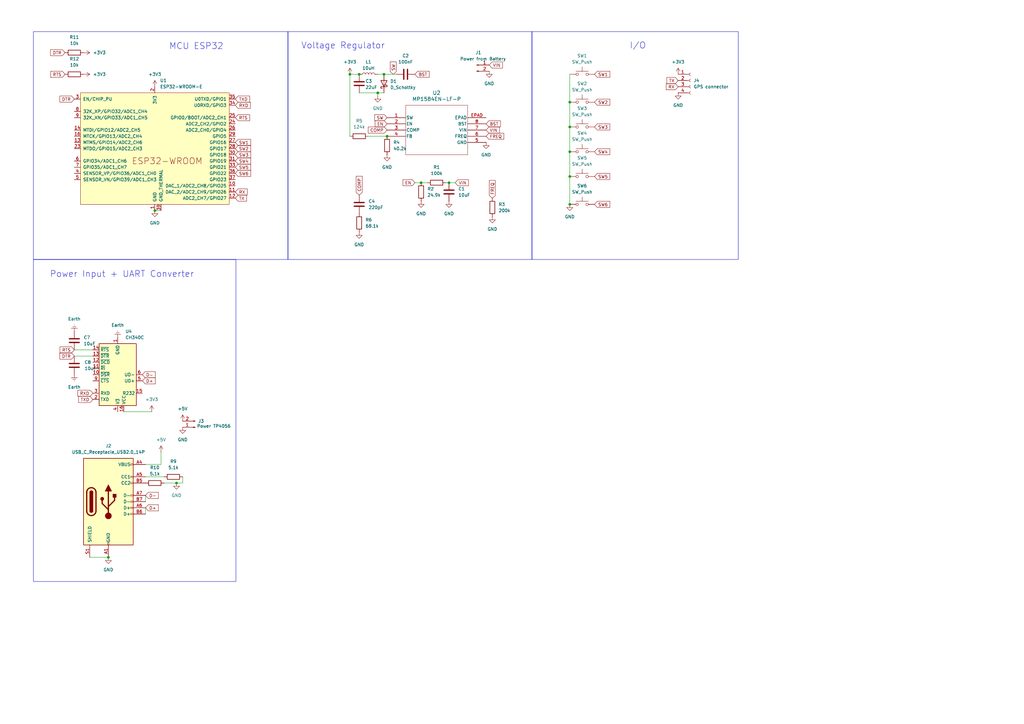
<source format=kicad_sch>
(kicad_sch (version 20250114) (generator "eeschema") (generator_version "9.0")
  (paper "A3")
  (title_block (title "time o matic") (date "2025-07-10") (rev "v1") (company "Hasnat4763") (comment 1 "ESP32 based table clock"))
  (lib_symbols
    (symbol "Connector:Conn_01x02_Pin" (pin_names (offset 1.016) (hide yes))
      (property "Reference" "J" (at 0 2.54 0))
      (property "Value" "Conn_01x02_Pin" (at 0 -5.08 0))
      (symbol "Conn_01x02_Pin_1_1"
        (rectangle (start 0.8636 0.127) (end 0 -0.127) (stroke (width 0.1524)) (fill (type outline)))
        (rectangle (start 0.8636 -2.413) (end 0 -2.667) (stroke (width 0.1524)) (fill (type outline)))
        (polyline (pts (xy 1.27 0) (xy 0.8636 0)) (stroke (width 0.1524)))
        (polyline (pts (xy 1.27 -2.54) (xy 0.8636 -2.54)) (stroke (width 0.1524)))
        (pin passive line (at 5.08 0 180) (length 3.81) (name "Pin_1") (number "1"))
        (pin passive line (at 5.08 -2.54 180) (length 3.81) (name "Pin_2") (number "2"))
      )
    )
    (symbol "Connector:Conn_01x04_Socket" (pin_names (offset 1.016) (hide yes))
      (property "Reference" "J" (at 0 5.08 0))
      (property "Value" "Conn_01x04_Socket" (at 0 -7.62 0))
      (symbol "Conn_01x04_Socket_1_1"
        (polyline (pts (xy -1.27 2.54) (xy -0.508 2.54)) (stroke (width 0.1524)))
        (polyline (pts (xy -1.27 0) (xy -0.508 0)) (stroke (width 0.1524)))
        (polyline (pts (xy -1.27 -2.54) (xy -0.508 -2.54)) (stroke (width 0.1524)))
        (polyline (pts (xy -1.27 -5.08) (xy -0.508 -5.08)) (stroke (width 0.1524)))
        (arc (start 0 2.032) (mid -0.5058 2.54) (end 0 3.048) (stroke (width 0.1524)))
        (arc (start 0 -0.508) (mid -0.5058 0) (end 0 0.508) (stroke (width 0.1524)))
        (arc (start 0 -3.048) (mid -0.5058 -2.54) (end 0 -2.032) (stroke (width 0.1524)))
        (arc (start 0 -5.588) (mid -0.5058 -5.08) (end 0 -4.572) (stroke (width 0.1524)))
        (pin passive line (at -5.08 2.54 0) (length 3.81) (name "Pin_1") (number "1"))
        (pin passive line (at -5.08 0 0) (length 3.81) (name "Pin_2") (number "2"))
        (pin passive line (at -5.08 -2.54 0) (length 3.81) (name "Pin_3") (number "3"))
        (pin passive line (at -5.08 -5.08 0) (length 3.81) (name "Pin_4") (number "4"))
      )
    )
    (symbol "Connector:USB_C_Receptacle_USB2.0_14P" (pin_names (offset 1.016))
      (property "Reference" "J" (at 0 22.225 0))
      (property "Value" "USB_C_Receptacle_USB2.0_14P" (at 0 19.685 0))
      (symbol "USB_C_Receptacle_USB2.0_14P_0_0"
        (rectangle (start -0.254 -17.78) (end 0.254 -16.764))
        (rectangle (start 10.16 15.494) (end 9.144 14.986))
        (rectangle (start 10.16 10.414) (end 9.144 9.906))
        (rectangle (start 10.16 7.874) (end 9.144 7.366))
        (rectangle (start 10.16 2.794) (end 9.144 2.286))
        (rectangle (start 10.16 0.254) (end 9.144 -0.254))
        (rectangle (start 10.16 -2.286) (end 9.144 -2.794))
        (rectangle (start 10.16 -4.826) (end 9.144 -5.334))
      )
      (symbol "USB_C_Receptacle_USB2.0_14P_0_1"
        (rectangle (start -10.16 17.78) (end 10.16 -17.78) (stroke (width 0.254)) (fill (type background)))
        (polyline (pts (xy -8.89 -3.81) (xy -8.89 3.81)) (stroke (width 0.508)))
        (rectangle (start -7.62 -3.81) (end -6.35 3.81) (stroke (width 0.254)) (fill (type outline)))
        (arc (start -7.62 3.81) (mid -6.985 4.4423) (end -6.35 3.81) (stroke (width 0.254)))
        (arc (start -7.62 3.81) (mid -6.985 4.4423) (end -6.35 3.81) (stroke (width 0.254)) (fill (type outline)))
        (arc (start -8.89 3.81) (mid -6.985 5.7067) (end -5.08 3.81) (stroke (width 0.508)))
        (arc (start -5.08 -3.81) (mid -6.985 -5.7067) (end -8.89 -3.81) (stroke (width 0.508)))
        (arc (start -6.35 -3.81) (mid -6.985 -4.4423) (end -7.62 -3.81) (stroke (width 0.254)))
        (arc (start -6.35 -3.81) (mid -6.985 -4.4423) (end -7.62 -3.81) (stroke (width 0.254)) (fill (type outline)))
        (polyline (pts (xy -5.08 3.81) (xy -5.08 -3.81)) (stroke (width 0.508)))
        (circle (center -2.54 1.143) (radius 0.635) (stroke (width 0.254)) (fill (type outline)))
        (polyline (pts (xy -1.27 4.318) (xy 0 6.858) (xy 1.27 4.318) (xy -1.27 4.318)) (stroke (width 0.254)) (fill (type outline)))
        (polyline (pts (xy 0 -2.032) (xy 2.54 0.508) (xy 2.54 1.778)) (stroke (width 0.508)))
        (polyline (pts (xy 0 -3.302) (xy -2.54 -0.762) (xy -2.54 0.508)) (stroke (width 0.508)))
        (polyline (pts (xy 0 -5.842) (xy 0 4.318)) (stroke (width 0.508)))
        (circle (center 0 -5.842) (radius 1.27) (fill (type outline)))
        (rectangle (start 1.905 1.778) (end 3.175 3.048) (stroke (width 0.254)) (fill (type outline)))
      )
      (symbol "USB_C_Receptacle_USB2.0_14P_1_1"
        (pin passive line (at -7.62 -22.86 90) (length 5.08) (name "SHIELD") (number "S1"))
        (pin passive line (at 0 -22.86 90) (length 5.08) (name "GND") (number "A1"))
        (pin passive line (at 0 -22.86 90) (length 5.08) (hide yes) (name "GND") (number "A12"))
        (pin passive line (at 0 -22.86 90) (length 5.08) (hide yes) (name "GND") (number "B1"))
        (pin passive line (at 0 -22.86 90) (length 5.08) (hide yes) (name "GND") (number "B12"))
        (pin passive line (at 15.24 15.24 180) (length 5.08) (name "VBUS") (number "A4"))
        (pin passive line (at 15.24 15.24 180) (length 5.08) (hide yes) (name "VBUS") (number "A9"))
        (pin passive line (at 15.24 15.24 180) (length 5.08) (hide yes) (name "VBUS") (number "B4"))
        (pin passive line (at 15.24 15.24 180) (length 5.08) (hide yes) (name "VBUS") (number "B9"))
        (pin bidirectional line (at 15.24 10.16 180) (length 5.08) (name "CC1") (number "A5"))
        (pin bidirectional line (at 15.24 7.62 180) (length 5.08) (name "CC2") (number "B5"))
        (pin bidirectional line (at 15.24 2.54 180) (length 5.08) (name "D-") (number "A7"))
        (pin bidirectional line (at 15.24 0 180) (length 5.08) (name "D-") (number "B7"))
        (pin bidirectional line (at 15.24 -2.54 180) (length 5.08) (name "D+") (number "A6"))
        (pin bidirectional line (at 15.24 -5.08 180) (length 5.08) (name "D+") (number "B6"))
      )
    )
    (symbol "Device:C" (pin_numbers (hide yes)) (pin_names (offset 0.254))
      (property "Reference" "C" (at 0.635 2.54 0))
      (property "Value" "C" (at 0.635 -2.54 0))
      (symbol "C_0_1"
        (polyline (pts (xy -2.032 0.762) (xy 2.032 0.762)) (stroke (width 0.508)))
        (polyline (pts (xy -2.032 -0.762) (xy 2.032 -0.762)) (stroke (width 0.508)))
      )
      (symbol "C_1_1"
        (pin passive line (at 0 3.81 270) (length 2.794) (name "~") (number "1"))
        (pin passive line (at 0 -3.81 90) (length 2.794) (name "~") (number "2"))
      )
    )
    (symbol "Device:D_Schottky" (pin_numbers (hide yes)) (pin_names (offset 1.016) (hide yes))
      (property "Reference" "D" (at 0 2.54 0))
      (property "Value" "D_Schottky" (at 0 -2.54 0))
      (symbol "D_Schottky_0_1"
        (polyline (pts (xy -1.905 0.635) (xy -1.905 1.27) (xy -1.27 1.27) (xy -1.27 -1.27) (xy -0.635 -1.27) (xy -0.635 -0.635)) (stroke (width 0.254)))
        (polyline (pts (xy 1.27 1.27) (xy 1.27 -1.27) (xy -1.27 0) (xy 1.27 1.27)) (stroke (width 0.254)))
        (polyline (pts (xy 1.27 0) (xy -1.27 0)))
      )
      (symbol "D_Schottky_1_1"
        (pin passive line (at -3.81 0 0) (length 2.54) (name "K") (number "1"))
        (pin passive line (at 3.81 0 180) (length 2.54) (name "A") (number "2"))
      )
    )
    (symbol "Device:L" (pin_numbers (hide yes)) (pin_names (offset 1.016) (hide yes))
      (property "Reference" "L" (at -1.27 0 90))
      (property "Value" "L" (at 1.905 0 90))
      (symbol "L_0_1"
        (arc (start 0 2.54) (mid 0.6323 1.905) (end 0 1.27))
        (arc (start 0 1.27) (mid 0.6323 0.635) (end 0 0))
        (arc (start 0 0) (mid 0.6323 -0.635) (end 0 -1.27))
        (arc (start 0 -1.27) (mid 0.6323 -1.905) (end 0 -2.54))
      )
      (symbol "L_1_1"
        (pin passive line (at 0 3.81 270) (length 1.27) (name "1") (number "1"))
        (pin passive line (at 0 -3.81 90) (length 1.27) (name "2") (number "2"))
      )
    )
    (symbol "Device:R" (pin_numbers (hide yes)) (pin_names (offset 0))
      (property "Reference" "R" (at 2.032 0 90))
      (property "Value" "R" (at 0 0 90))
      (symbol "R_0_1"
        (rectangle (start -1.016 -2.54) (end 1.016 2.54) (stroke (width 0.254)))
      )
      (symbol "R_1_1"
        (pin passive line (at 0 3.81 270) (length 1.27) (name "~") (number "1"))
        (pin passive line (at 0 -3.81 90) (length 1.27) (name "~") (number "2"))
      )
    )
    (symbol "Interface_USB:CH340C"
      (property "Reference" "U" (at -5.08 13.97 0))
      (property "Value" "CH340C" (at 1.27 13.97 0))
      (symbol "CH340C_0_1"
        (rectangle (start -7.62 12.7) (end 7.62 -12.7) (stroke (width 0.254)) (fill (type background)))
      )
      (symbol "CH340C_1_1"
        (pin input line (at -10.16 7.62 0) (length 2.54) (name "R232") (number "15"))
        (pin bidirectional line (at -10.16 2.54 0) (length 2.54) (name "UD+") (number "5"))
        (pin bidirectional line (at -10.16 0 0) (length 2.54) (name "UD-") (number "6"))
        (pin no_connect line (at -7.62 -5.08 0) (length 2.54) (hide yes) (name "NC") (number "7"))
        (pin no_connect line (at -7.62 -7.62 0) (length 2.54) (hide yes) (name "NC") (number "8"))
        (pin power_in line (at -2.54 15.24 270) (length 2.54) (name "VCC") (number "16"))
        (pin power_out line (at 0 15.24 270) (length 2.54) (name "V3") (number "4"))
        (pin power_in line (at 0 -15.24 90) (length 2.54) (name "GND") (number "1"))
        (pin output line (at 10.16 10.16 180) (length 2.54) (name "TXD") (number "2"))
        (pin input line (at 10.16 7.62 180) (length 2.54) (name "RXD") (number "3"))
        (pin input line (at 10.16 2.54 180) (length 2.54) (name "~{CTS}") (number "9"))
        (pin input line (at 10.16 0 180) (length 2.54) (name "~{DSR}") (number "10"))
        (pin input line (at 10.16 -2.54 180) (length 2.54) (name "~{RI}") (number "11"))
        (pin input line (at 10.16 -5.08 180) (length 2.54) (name "~{DCD}") (number "12"))
        (pin output line (at 10.16 -7.62 180) (length 2.54) (name "~{DTR}") (number "13"))
        (pin output line (at 10.16 -10.16 180) (length 2.54) (name "~{RTS}") (number "14"))
      )
    )
    (symbol "MP1584:MP1584EN-LF-P" (pin_names (offset 0.254))
      (property "Reference" "U" (at 20.32 10.16 0))
      (property "Value" "MP1584EN-LF-P" (at 20.32 7.62 0))
      (symbol "MP1584EN-LF-P_0_1"
        (polyline (pts (xy 7.62 5.08) (xy 7.62 -15.24)) (stroke (width 0.127)))
        (polyline (pts (xy 7.62 -15.24) (xy 33.02 -15.24)) (stroke (width 0.127)))
        (polyline (pts (xy 33.02 5.08) (xy 7.62 5.08)) (stroke (width 0.127)))
        (polyline (pts (xy 33.02 -15.24) (xy 33.02 5.08)) (stroke (width 0.127)))
        (pin output line (at 0 0 0) (length 7.62) (name "SW") (number "1"))
        (pin input line (at 0 -2.54 0) (length 7.62) (name "EN") (number "2"))
        (pin output line (at 0 -5.08 0) (length 7.62) (name "COMP") (number "3"))
        (pin input line (at 0 -7.62 0) (length 7.62) (name "FB") (number "4"))
        (pin power_in line (at 40.64 0 180) (length 7.62) (name "EPAD") (number "EPAD"))
        (pin unspecified line (at 40.64 -2.54 180) (length 7.62) (name "BST") (number "8"))
        (pin power_in line (at 40.64 -5.08 180) (length 7.62) (name "VIN") (number "7"))
        (pin input line (at 40.64 -7.62 180) (length 7.62) (name "FREQ") (number "6"))
        (pin power_in line (at 40.64 -10.16 180) (length 7.62) (name "GND") (number "5"))
      )
    )
    (symbol "PCM_Espressif:ESP32-WROOM-E" (pin_names (offset 1.016))
      (property "Reference" "U" (at -30.48 27.94 0))
      (property "Value" "ESP32-WROOM-E" (at -30.48 25.4 0))
      (symbol "ESP32-WROOM-E_0_1"
        (rectangle (start -30.48 22.86) (end 30.48 -22.86) (fill (type background)))
      )
      (symbol "ESP32-WROOM-E_1_1"
        (text "ESP32-­WROOM­" (at 5.08 -5.08 0) (effects (font (size 2.54 2.54))))
        (pin input line (at -33.02 20.32 0) (length 2.54) (name "EN/CHIP_PU") (number "3"))
        (pin bidirectional line (at -33.02 15.24 0) (length 2.54) (name "32K_XP/GPIO32/ADC1_CH4") (number "8"))
        (pin bidirectional line (at -33.02 12.7 0) (length 2.54) (name "32K_XN/GPIO33/ADC1_CH5") (number "9"))
        (pin bidirectional line (at -33.02 7.62 0) (length 2.54) (name "MTDI/GPIO12/ADC2_CH5") (number "14"))
        (pin bidirectional line (at -33.02 5.08 0) (length 2.54) (name "MTCK/GPIO13/ADC2_CH4") (number "16"))
        (pin bidirectional line (at -33.02 2.54 0) (length 2.54) (name "MTMS/GPIO14/ADC2_CH6") (number "13"))
        (pin bidirectional line (at -33.02 0 0) (length 2.54) (name "MTDO/GPIO15/ADC2_CH3") (number "23"))
        (pin input line (at -33.02 -5.08 0) (length 2.54) (name "GPIO34/ADC1_CH6") (number "6"))
        (pin input line (at -33.02 -7.62 0) (length 2.54) (name "GPIO35/ADC1_CH7") (number "7"))
        (pin input line (at -33.02 -10.16 0) (length 2.54) (name "SENSOR_VP/GPIO36/ADC1_CH0") (number "4"))
        (pin input line (at -33.02 -12.7 0) (length 2.54) (name "SENSOR_VN/GPIO39/ADC1_CH3") (number "5"))
        (pin power_in line (at 0 25.4 270) (length 2.54) (name "3V3") (number "2"))
        (pin power_in line (at 0 -25.4 90) (length 2.54) (name "GND") (number "1"))
        (pin passive line (at 0 -25.4 90) (length 2.54) (hide yes) (name "GND") (number "15"))
        (pin passive line (at 0 -25.4 90) (length 2.54) (hide yes) (name "GND") (number "38"))
        (pin power_in line (at 2.54 -25.4 90) (length 2.54) (name "GND_THERMAL") (number "39"))
        (pin bidirectional line (at 33.02 20.32 180) (length 2.54) (name "U0TXD/GPIO1") (number "35"))
        (pin bidirectional line (at 33.02 17.78 180) (length 2.54) (name "U0RXD/GPIO3") (number "34"))
        (pin bidirectional line (at 33.02 12.7 180) (length 2.54) (name "GPIO0/BOOT/ADC2_CH1") (number "25"))
        (pin bidirectional line (at 33.02 10.16 180) (length 2.54) (name "ADC2_CH2/GPIO2") (number "24"))
        (pin bidirectional line (at 33.02 7.62 180) (length 2.54) (name "ADC2_CH0/GPIO4") (number "26"))
        (pin bidirectional line (at 33.02 5.08 180) (length 2.54) (name "GPIO5") (number "29"))
        (pin bidirectional line (at 33.02 2.54 180) (length 2.54) (name "GPIO16") (number "27"))
        (pin bidirectional line (at 33.02 0 180) (length 2.54) (name "GPIO17") (number "28"))
        (pin bidirectional line (at 33.02 -2.54 180) (length 2.54) (name "GPIO18") (number "30"))
        (pin bidirectional line (at 33.02 -5.08 180) (length 2.54) (name "GPIO19") (number "31"))
        (pin bidirectional line (at 33.02 -7.62 180) (length 2.54) (name "GPIO21") (number "33"))
        (pin bidirectional line (at 33.02 -10.16 180) (length 2.54) (name "GPIO22") (number "36"))
        (pin bidirectional line (at 33.02 -12.7 180) (length 2.54) (name "GPIO23") (number "37"))
        (pin bidirectional line (at 33.02 -15.24 180) (length 2.54) (name "DAC_1/ADC2_CH8/GPIO25") (number "10"))
        (pin bidirectional line (at 33.02 -17.78 180) (length 2.54) (name "DAC_2/ADC2_CH9/GPIO26") (number "11"))
        (pin bidirectional line (at 33.02 -20.32 180) (length 2.54) (name "ADC2_CH7/GPIO27") (number "12"))
      )
    )
    (symbol "Switch:SW_Push" (pin_numbers (hide yes)) (pin_names (offset 1.016) (hide yes))
      (property "Reference" "SW" (at 1.27 2.54 0))
      (property "Value" "SW_Push" (at 0 -1.524 0))
      (symbol "SW_Push_0_1"
        (circle (center -2.032 0) (radius 0.508))
        (polyline (pts (xy 0 1.27) (xy 0 3.048)))
        (circle (center 2.032 0) (radius 0.508))
        (polyline (pts (xy 2.54 1.27) (xy -2.54 1.27)))
        (pin passive line (at -5.08 0 0) (length 2.54) (name "1") (number "1"))
        (pin passive line (at 5.08 0 180) (length 2.54) (name "2") (number "2"))
      )
    )
    (symbol "power:+3V3" (power) (pin_numbers (hide yes)) (pin_names (offset 0) (hide yes))
      (property "Value" "+3V3" (at 0 3.556 0))
      (symbol "+3V3_0_1"
        (polyline (pts (xy -0.762 1.27) (xy 0 2.54)))
        (polyline (pts (xy 0 2.54) (xy 0.762 1.27)))
        (polyline (pts (xy 0 0) (xy 0 2.54)))
      )
      (symbol "+3V3_1_1"
        (pin power_in line (at 0 0 90) (length 0) (name "~") (number "1"))
      )
    )
    (symbol "power:+5V" (power) (pin_numbers (hide yes)) (pin_names (offset 0) (hide yes))
      (property "Value" "+5V" (at 0 3.556 0))
      (symbol "+5V_0_1"
        (polyline (pts (xy -0.762 1.27) (xy 0 2.54)))
        (polyline (pts (xy 0 2.54) (xy 0.762 1.27)))
        (polyline (pts (xy 0 0) (xy 0 2.54)))
      )
      (symbol "+5V_1_1"
        (pin power_in line (at 0 0 90) (length 0) (name "~") (number "1"))
      )
    )
    (symbol "power:Earth" (power) (pin_numbers (hide yes)) (pin_names (offset 0) (hide yes))
      (property "Value" "Earth" (at 0 -3.81 0))
      (symbol "Earth_0_1"
        (polyline (pts (xy -0.635 -1.905) (xy 0.635 -1.905)))
        (polyline (pts (xy -0.127 -2.54) (xy 0.127 -2.54)))
        (polyline (pts (xy 0 -1.27) (xy 0 0)))
        (polyline (pts (xy 1.27 -1.27) (xy -1.27 -1.27)))
      )
      (symbol "Earth_1_1"
        (pin power_in line (at 0 0 270) (length 0) (name "~") (number "1"))
      )
    )
    (symbol "power:GND" (power) (pin_numbers (hide yes)) (pin_names (offset 0) (hide yes))
      (property "Value" "GND" (at 0 -3.81 0))
      (symbol "GND_0_1"
        (polyline (pts (xy 0 0) (xy 0 -1.27) (xy 1.27 -1.27) (xy 0 -2.54) (xy -1.27 -1.27) (xy 0 -1.27)))
      )
      (symbol "GND_1_1"
        (pin power_in line (at 0 0 270) (length 0) (name "~") (number "1"))
      )
    )
  )
  (rectangle (start 13.716 12.954) (end 118.11 106.426))
  (rectangle (start 118.11 12.954) (end 218.186 106.426))
  (rectangle (start 218.186 12.954) (end 302.768 106.426))
  (rectangle (start 13.716 106.426) (end 96.774 238.506))
  (text "Power Input + UART Converter" (at 50.038 112.522 0) (effects (font (size 2.54 2.54))))
  (text "Voltage Regulator" (at 140.716 18.796 0) (effects (font (size 2.54 2.54))))
  (text "MCU ESP32" (at 80.518 19.05 0) (effects (font (size 2.54 2.54))))
  (text "I/O" (at 261.62 18.796 0) (effects (font (size 2.54 2.54))))
  (junction (at 72.39 198.12))
  (junction (at 233.68 72.39))
  (junction (at 154.94 38.1))
  (junction (at 44.45 228.6))
  (junction (at 172.72 74.93))
  (junction (at 147.32 30.48))
  (junction (at 158.75 55.88))
  (junction (at 157.48 30.48))
  (junction (at 233.68 62.23))
  (junction (at 143.51 30.48))
  (junction (at 233.68 41.91))
  (junction (at 184.15 74.93))
  (junction (at 63.5 86.36))
  (junction (at 233.68 83.82))
  (junction (at 233.68 52.07))
  (wire (pts (xy 30.48 143.51) (xy 38.1 143.51)))
  (wire (pts (xy 72.39 198.12) (xy 67.31 198.12)))
  (wire (pts (xy 74.93 195.58) (xy 74.93 198.12)))
  (wire (pts (xy 36.83 228.6) (xy 44.45 228.6)))
  (wire (pts (xy 233.68 72.39) (xy 233.68 83.82)))
  (wire (pts (xy 154.94 39.37) (xy 154.94 38.1)))
  (wire (pts (xy 233.68 30.48) (xy 233.68 41.91)))
  (wire (pts (xy 59.69 203.2) (xy 59.69 205.74)))
  (wire (pts (xy 170.18 74.93) (xy 172.72 74.93)))
  (wire (pts (xy 66.04 185.42) (xy 66.04 190.5)))
  (wire (pts (xy 143.51 30.48) (xy 143.51 55.88)))
  (wire (pts (xy 147.32 38.1) (xy 154.94 38.1)))
  (wire (pts (xy 74.93 198.12) (xy 72.39 198.12)))
  (wire (pts (xy 30.48 146.05) (xy 38.1 146.05)))
  (wire (pts (xy 157.48 30.48) (xy 162.56 30.48)))
  (wire (pts (xy 154.94 30.48) (xy 157.48 30.48)))
  (wire (pts (xy 143.51 30.48) (xy 147.32 30.48)))
  (wire (pts (xy 67.31 195.58) (xy 59.69 195.58)))
  (wire (pts (xy 233.68 52.07) (xy 233.68 62.23)))
  (wire (pts (xy 66.04 190.5) (xy 59.69 190.5)))
  (wire (pts (xy 184.15 74.93) (xy 186.69 74.93)))
  (wire (pts (xy 157.48 38.1) (xy 154.94 38.1)))
  (wire (pts (xy 182.88 74.93) (xy 184.15 74.93)))
  (wire (pts (xy 151.13 55.88) (xy 158.75 55.88)))
  (wire (pts (xy 59.69 208.28) (xy 59.69 210.82)))
  (wire (pts (xy 233.68 41.91) (xy 233.68 52.07)))
  (wire (pts (xy 63.5 86.36) (xy 66.04 86.36)))
  (wire (pts (xy 50.8 168.91) (xy 62.23 168.91)))
  (wire (pts (xy 233.68 62.23) (xy 233.68 72.39)))
  (wire (pts (xy 172.72 74.93) (xy 175.26 74.93)))
  (global_label "TXD" (shape input) (at 96.52 40.64 0) (property "Intersheetrefs" "${INTERSHEET_REFS}" (effects (hide yes))))
  (global_label "TXD" (shape input) (at 38.1 163.83 180) (property "Intersheetrefs" "${INTERSHEET_REFS}" (effects (hide yes))))
  (global_label "SW1" (shape input) (at 96.52 58.42 0) (property "Intersheetrefs" "${INTERSHEET_REFS}" (effects (hide yes))))
  (global_label "D-" (shape input) (at 59.69 203.2 0) (property "Intersheetrefs" "${INTERSHEET_REFS}" (effects (hide yes))))
  (global_label "SW" (shape input) (at 158.75 48.26 180) (property "Intersheetrefs" "${INTERSHEET_REFS}" (effects (hide yes))))
  (global_label "SW" (shape input) (at 161.29 30.48 90) (property "Intersheetrefs" "${INTERSHEET_REFS}" (effects (hide yes))))
  (global_label "COMP" (shape input) (at 158.75 53.34 180) (property "Intersheetrefs" "${INTERSHEET_REFS}" (effects (hide yes))))
  (global_label "SW1" (shape input) (at 243.84 30.48 0) (property "Intersheetrefs" "${INTERSHEET_REFS}" (effects (hide yes))))
  (global_label "SW4" (shape input) (at 96.52 66.04 0) (property "Intersheetrefs" "${INTERSHEET_REFS}" (effects (hide yes))))
  (global_label "RXD" (shape input) (at 38.1 161.29 180) (property "Intersheetrefs" "${INTERSHEET_REFS}" (effects (hide yes))))
  (global_label "VIN" (shape input) (at 200.66 26.67 0) (property "Intersheetrefs" "${INTERSHEET_REFS}" (effects (hide yes))))
  (global_label "D-" (shape input) (at 58.42 153.67 0) (property "Intersheetrefs" "${INTERSHEET_REFS}" (effects (hide yes))))
  (global_label "EN" (shape input) (at 158.75 50.8 180) (property "Intersheetrefs" "${INTERSHEET_REFS}" (effects (hide yes))))
  (global_label "SW5" (shape input) (at 243.84 72.39 0) (property "Intersheetrefs" "${INTERSHEET_REFS}" (effects (hide yes))))
  (global_label "TX" (shape input) (at 278.13 33.02 180) (property "Intersheetrefs" "${INTERSHEET_REFS}" (effects (hide yes))))
  (global_label "SW6" (shape input) (at 243.84 83.82 0) (property "Intersheetrefs" "${INTERSHEET_REFS}" (effects (hide yes))))
  (global_label "RTS" (shape input) (at 96.52 48.26 0) (property "Intersheetrefs" "${INTERSHEET_REFS}" (effects (hide yes))))
  (global_label "SW2" (shape input) (at 96.52 60.96 0) (property "Intersheetrefs" "${INTERSHEET_REFS}" (effects (hide yes))))
  (global_label "SW6" (shape input) (at 96.52 71.12 0) (property "Intersheetrefs" "${INTERSHEET_REFS}" (effects (hide yes))))
  (global_label "FREQ" (shape input) (at 201.93 81.28 90) (property "Intersheetrefs" "${INTERSHEET_REFS}" (effects (hide yes))))
  (global_label "EN" (shape input) (at 170.18 74.93 180) (property "Intersheetrefs" "${INTERSHEET_REFS}" (effects (hide yes))))
  (global_label "VIN" (shape input) (at 186.69 74.93 0) (property "Intersheetrefs" "${INTERSHEET_REFS}" (effects (hide yes))))
  (global_label "RXD" (shape input) (at 96.52 43.18 0) (property "Intersheetrefs" "${INTERSHEET_REFS}" (effects (hide yes))))
  (global_label "RX" (shape input) (at 96.52 78.74 0) (property "Intersheetrefs" "${INTERSHEET_REFS}" (effects (hide yes))))
  (global_label "RTS" (shape input) (at 30.48 143.51 180) (property "Intersheetrefs" "${INTERSHEET_REFS}" (effects (hide yes))))
  (global_label "DTR" (shape input) (at 30.48 146.05 180) (property "Intersheetrefs" "${INTERSHEET_REFS}" (effects (hide yes))))
  (global_label "DTR" (shape input) (at 30.48 40.64 180) (property "Intersheetrefs" "${INTERSHEET_REFS}" (effects (hide yes))))
  (global_label "D+" (shape input) (at 58.42 156.21 0) (property "Intersheetrefs" "${INTERSHEET_REFS}" (effects (hide yes))))
  (global_label "TX" (shape input) (at 96.52 81.28 0) (property "Intersheetrefs" "${INTERSHEET_REFS}" (effects (hide yes))))
  (global_label "BST" (shape input) (at 170.18 30.48 0) (property "Intersheetrefs" "${INTERSHEET_REFS}" (effects (hide yes))))
  (global_label "BST" (shape input) (at 199.39 50.8 0) (property "Intersheetrefs" "${INTERSHEET_REFS}" (effects (hide yes))))
  (global_label "COMP" (shape input) (at 147.32 80.01 90) (property "Intersheetrefs" "${INTERSHEET_REFS}" (effects (hide yes))))
  (global_label "FREQ" (shape input) (at 199.39 55.88 0) (property "Intersheetrefs" "${INTERSHEET_REFS}" (effects (hide yes))))
  (global_label "SW3" (shape input) (at 243.84 52.07 0) (property "Intersheetrefs" "${INTERSHEET_REFS}" (effects (hide yes))))
  (global_label "SW2" (shape input) (at 243.84 41.91 0) (property "Intersheetrefs" "${INTERSHEET_REFS}" (effects (hide yes))))
  (global_label "RTS" (shape input) (at 26.67 30.48 180) (property "Intersheetrefs" "${INTERSHEET_REFS}" (effects (hide yes))))
  (global_label "DTR" (shape input) (at 26.67 21.59 180) (property "Intersheetrefs" "${INTERSHEET_REFS}" (effects (hide yes))))
  (global_label "D+" (shape input) (at 59.69 208.28 0) (property "Intersheetrefs" "${INTERSHEET_REFS}" (effects (hide yes))))
  (global_label "SW5" (shape input) (at 96.52 68.58 0) (property "Intersheetrefs" "${INTERSHEET_REFS}" (effects (hide yes))))
  (global_label "SW3" (shape input) (at 96.52 63.5 0) (property "Intersheetrefs" "${INTERSHEET_REFS}" (effects (hide yes))))
  (global_label "RX" (shape input) (at 278.13 35.56 180) (property "Intersheetrefs" "${INTERSHEET_REFS}" (effects (hide yes))))
  (global_label "VIN" (shape input) (at 199.39 53.34 0) (property "Intersheetrefs" "${INTERSHEET_REFS}" (effects (hide yes))))
  (global_label "SW4" (shape input) (at 243.84 62.23 0) (property "Intersheetrefs" "${INTERSHEET_REFS}" (effects (hide yes))))
  (symbol (lib_id "power:+5V") (at 66.04 185.42 0) (unit 1)
    (property "Reference" "#PWR01" (effects (hide yes)))
    (property "Value" "+5V" (at 66.04 180.34 0))
    (property "Description" "Power symbol creates a global label with name \"+5V\"" (effects (hide yes)))
  )
  (symbol (lib_id "Device:C") (at 147.32 83.82 0) (unit 1)
    (property "Reference" "C4" (at 151.13 82.5499 0) (effects (justify left)))
    (property "Value" "220pF" (at 151.13 85.0899 0) (effects (justify left)))
    (property "Description" "Unpolarized capacitor" (effects (hide yes)))
  )
  (symbol (lib_id "Device:R") (at 147.32 55.88 270) (unit 1)
    (property "Reference" "R5" (at 147.32 49.53 90))
    (property "Value" "124k" (at 147.32 52.07 90))
    (property "Description" "Resistor" (effects (hide yes)))
  )
  (symbol (lib_id "power:GND") (at 184.15 82.55 0) (unit 1)
    (property "Reference" "#PWR025" (effects (hide yes)))
    (property "Value" "GND" (at 184.15 87.63 0))
    (property "Description" "Power symbol creates a global label with name \"GND\" , ground" (effects (hide yes)))
  )
  (symbol (lib_id "Switch:SW_Push") (at 238.76 41.91 0) (unit 1)
    (property "Reference" "SW2" (at 238.76 34.29 0))
    (property "Value" "SW_Push" (at 238.76 36.83 0))
    (property "Description" "Push button switch, generic, two pins" (effects (hide yes)))
  )
  (symbol (lib_id "power:+3V3") (at 63.5 35.56 0) (unit 1)
    (property "Reference" "#PWR09" (effects (hide yes)))
    (property "Value" "+3V3" (at 63.5 30.48 0))
    (property "Description" "Power symbol creates a global label with name \"+3V3\"" (effects (hide yes)))
  )
  (symbol (lib_id "Device:C") (at 166.37 30.48 270) (unit 1)
    (property "Reference" "C2" (at 166.37 22.86 90))
    (property "Value" "100nF" (at 166.37 25.4 90))
    (property "Description" "Unpolarized capacitor" (effects (hide yes)))
  )
  (symbol (lib_id "power:GND") (at 154.94 39.37 0) (unit 1)
    (property "Reference" "#PWR013" (effects (hide yes)))
    (property "Value" "GND" (at 154.94 44.45 0))
    (property "Description" "Power symbol creates a global label with name \"GND\" , ground" (effects (hide yes)))
  )
  (symbol (lib_id "power:GND") (at 172.72 82.55 0) (unit 1)
    (property "Reference" "#PWR024" (effects (hide yes)))
    (property "Value" "GND" (at 172.72 87.63 0))
    (property "Description" "Power symbol creates a global label with name \"GND\" , ground" (effects (hide yes)))
  )
  (symbol (lib_id "power:GND") (at 200.66 29.21 0) (unit 1)
    (property "Reference" "#PWR011" (effects (hide yes)))
    (property "Value" "GND" (at 200.66 34.29 0))
    (property "Description" "Power symbol creates a global label with name \"GND\" , ground" (effects (hide yes)))
  )
  (symbol (lib_id "Connector:Conn_01x04_Socket") (at 283.21 33.02 0) (unit 1)
    (property "Reference" "J4" (at 284.48 33.0199 0) (effects (justify left)))
    (property "Value" "GPS connector" (at 284.48 35.5599 0) (effects (justify left)))
    (property "Description" "Generic connector, single row, 01x04, script generated" (effects (hide yes)))
  )
  (symbol (lib_id "Device:R") (at 30.48 30.48 270) (unit 1)
    (property "Reference" "R12" (at 30.48 24.13 90))
    (property "Value" "10k" (at 30.48 26.67 90))
    (property "Description" "Resistor" (effects (hide yes)))
  )
  (symbol (lib_id "Device:R") (at 158.75 59.69 180) (unit 1)
    (property "Reference" "R4" (at 161.29 58.4199 0) (effects (justify right)))
    (property "Value" "40.2k" (at 161.29 60.9599 0) (effects (justify right)))
    (property "Description" "Resistor" (effects (hide yes)))
  )
  (symbol (lib_id "power:Earth") (at 30.48 135.89 180) (unit 1)
    (property "Reference" "#PWR020" (effects (hide yes)))
    (property "Value" "Earth" (at 30.48 130.81 0))
    (property "Description" "Power symbol creates a global label with name \"Earth\"" (effects (hide yes)))
  )
  (symbol (lib_id "power:GND") (at 63.5 86.36 0) (unit 1)
    (property "Reference" "#PWR027" (effects (hide yes)))
    (property "Value" "GND" (at 63.5 91.44 0))
    (property "Description" "Power symbol creates a global label with name \"GND\" , ground" (effects (hide yes)))
  )
  (symbol (lib_id "Switch:SW_Push") (at 238.76 52.07 0) (unit 1)
    (property "Reference" "SW3" (at 238.76 44.45 0))
    (property "Value" "SW_Push" (at 238.76 46.99 0))
    (property "Description" "Push button switch, generic, two pins" (effects (hide yes)))
  )
  (symbol (lib_id "power:GND") (at 201.93 88.9 0) (unit 1)
    (property "Reference" "#PWR026" (effects (hide yes)))
    (property "Value" "GND" (at 201.93 93.98 0))
    (property "Description" "Power symbol creates a global label with name \"GND\" , ground" (effects (hide yes)))
  )
  (symbol (lib_id "Connector:Conn_01x02_Pin") (at 80.01 175.26 180) (unit 1)
    (property "Reference" "J3" (at 81.28 172.7199 0) (effects (justify right)))
    (property "Value" "Power TP4056" (at 80.772 174.752 0) (effects (justify right)))
    (property "Description" "Generic connector, single row, 01x02, script generated" (effects (hide yes)))
  )
  (symbol (lib_id "Connector:Conn_01x02_Pin") (at 195.58 26.67 0) (unit 1)
    (property "Reference" "J1" (at 196.215 21.59 0))
    (property "Value" "Power from Battery" (at 198.12 24.13 0))
    (property "Description" "Generic connector, single row, 01x02, script generated" (effects (hide yes)))
  )
  (symbol (lib_id "power:GND") (at 233.68 83.82 0) (unit 1)
    (property "Reference" "#PWR015" (effects (hide yes)))
    (property "Value" "GND" (at 233.68 88.9 0))
    (property "Description" "Power symbol creates a global label with name \"GND\" , ground" (effects (hide yes)))
  )
  (symbol (lib_id "Switch:SW_Push") (at 238.76 62.23 0) (unit 1)
    (property "Reference" "SW4" (at 238.76 54.61 0))
    (property "Value" "SW_Push" (at 238.76 57.15 0))
    (property "Description" "Push button switch, generic, two pins" (effects (hide yes)))
  )
  (symbol (lib_id "Connector:USB_C_Receptacle_USB2.0_14P") (at 44.45 205.74 0) (unit 1)
    (property "Reference" "J2" (at 44.45 182.88 0))
    (property "Value" "USB_C_Receptacle_USB2.0_14P" (at 44.45 185.42 0))
    (property "Datasheet" "https://www.usb.org/sites/default/files/documents/usb_type-c.zip" (effects (hide yes)))
    (property "Description" "USB 2.0-only 14P Type-C Receptacle connector" (effects (hide yes)))
  )
  (symbol (lib_id "power:+3V3") (at 34.29 21.59 270) (unit 1)
    (property "Reference" "#PWR022" (effects (hide yes)))
    (property "Value" "+3V3" (at 38.1 21.5899 90) (effects (justify left)))
    (property "Description" "Power symbol creates a global label with name \"+3V3\"" (effects (hide yes)))
  )
  (symbol (lib_id "Device:C") (at 30.48 139.7 180) (unit 1)
    (property "Reference" "C7" (at 34.29 138.4299 0) (effects (justify right)))
    (property "Value" "10uF" (at 34.29 140.9699 0) (effects (justify right)))
    (property "Description" "Unpolarized capacitor" (effects (hide yes)))
  )
  (symbol (lib_id "Device:C") (at 147.32 34.29 0) (unit 1)
    (property "Reference" "C3" (at 149.86 33.274 0) (effects (justify left)))
    (property "Value" "22uF" (at 149.86 35.814 0) (effects (justify left)))
    (property "Description" "Unpolarized capacitor" (effects (hide yes)))
  )
  (symbol (lib_id "Device:R") (at 172.72 78.74 180) (unit 1)
    (property "Reference" "R2" (at 175.26 77.4699 0) (effects (justify right)))
    (property "Value" "24.9k" (at 175.26 80.0099 0) (effects (justify right)))
    (property "Description" "Resistor" (effects (hide yes)))
  )
  (symbol (lib_id "power:GND") (at 199.39 58.42 0) (unit 1)
    (property "Reference" "#PWR012" (effects (hide yes)))
    (property "Value" "GND" (at 199.39 63.5 0))
    (property "Description" "Power symbol creates a global label with name \"GND\" , ground" (effects (hide yes)))
  )
  (symbol (lib_id "Switch:SW_Push") (at 238.76 83.82 0) (unit 1)
    (property "Reference" "SW6" (at 238.76 76.2 0))
    (property "Value" "SW_Push" (at 238.76 78.74 0))
    (property "Description" "Push button switch, generic, two pins" (effects (hide yes)))
  )
  (symbol (lib_id "power:GND") (at 72.39 198.12 0) (unit 1)
    (property "Reference" "#PWR018" (effects (hide yes)))
    (property "Value" "GND" (at 72.39 203.2 0))
    (property "Description" "Power symbol creates a global label with name \"GND\" , ground" (effects (hide yes)))
  )
  (symbol (lib_id "power:+5V") (at 74.93 172.72 0) (unit 1)
    (property "Reference" "#PWR02" (effects (hide yes)))
    (property "Value" "+5V" (at 74.93 167.64 0))
    (property "Description" "Power symbol creates a global label with name \"+5V\"" (effects (hide yes)))
  )
  (symbol (lib_id "power:+3V3") (at 143.51 30.48 0) (unit 1)
    (property "Reference" "#PWR06" (effects (hide yes)))
    (property "Value" "+3V3" (at 143.51 25.4 0))
    (property "Description" "Power symbol creates a global label with name \"+3V3\"" (effects (hide yes)))
  )
  (symbol (lib_id "Device:D_Schottky") (at 157.48 34.29 90) (unit 1)
    (property "Reference" "D1" (at 160.02 33.3374 90) (effects (justify right)))
    (property "Value" "D_Schottky" (at 160.02 35.8774 90) (effects (justify right)))
    (property "Description" "Schottky diode" (effects (hide yes)))
  )
  (symbol (lib_id "power:GND") (at 158.75 63.5 0) (unit 1)
    (property "Reference" "#PWR016" (effects (hide yes)))
    (property "Value" "GND" (at 158.75 68.58 0))
    (property "Description" "Power symbol creates a global label with name \"GND\" , ground" (effects (hide yes)))
  )
  (symbol (lib_id "Interface_USB:CH340C") (at 48.26 153.67 180) (unit 1)
    (property "Reference" "U4" (at 51.3781 135.89 0) (effects (justify right)))
    (property "Value" "CH340C" (at 51.3781 138.43 0) (effects (justify right)))
    (property "Footprint" "Package_SO:SOIC-16_3.9x9.9mm_P1.27mm" (effects (hide yes)))
    (property "Datasheet" "https://datasheet.lcsc.com/szlcsc/Jiangsu-Qin-Heng-CH340C_C84681.pdf" (effects (hide yes)))
    (property "Description" "USB serial converter, crystal-less, UART, SOIC-16" (effects (hide yes)))
  )
  (symbol (lib_id "power:+3V3") (at 34.29 30.48 270) (unit 1)
    (property "Reference" "#PWR023" (effects (hide yes)))
    (property "Value" "+3V3" (at 38.1 30.4799 90) (effects (justify left)))
    (property "Description" "Power symbol creates a global label with name \"+3V3\"" (effects (hide yes)))
  )
  (symbol (lib_id "Device:R") (at 30.48 21.59 270) (unit 1)
    (property "Reference" "R11" (at 30.48 15.24 90))
    (property "Value" "10k" (at 30.48 17.78 90))
    (property "Description" "Resistor" (effects (hide yes)))
  )
  (symbol (lib_id "power:Earth") (at 30.48 153.67 0) (unit 1)
    (property "Reference" "#PWR021" (effects (hide yes)))
    (property "Value" "Earth" (at 30.48 158.75 0))
    (property "Description" "Power symbol creates a global label with name \"Earth\"" (effects (hide yes)))
  )
  (symbol (lib_id "power:GND") (at 147.32 95.25 0) (unit 1)
    (property "Reference" "#PWR?" (effects (hide yes)))
    (property "Value" "GND" (at 147.32 100.33 0))
    (property "Description" "Power symbol creates a global label with name \"GND\" , ground" (effects (hide yes)))
  )
  (symbol (lib_id "power:Earth") (at 48.26 138.43 180) (unit 1)
    (property "Reference" "#PWR017" (effects (hide yes)))
    (property "Value" "Earth" (at 48.26 133.35 0))
    (property "Description" "Power symbol creates a global label with name \"Earth\"" (effects (hide yes)))
  )
  (symbol (lib_id "Device:C") (at 184.15 78.74 0) (unit 1)
    (property "Reference" "C1" (at 187.96 77.4699 0) (effects (justify left)))
    (property "Value" "10uF" (at 187.96 80.0099 0) (effects (justify left)))
    (property "Description" "Unpolarized capacitor" (effects (hide yes)))
  )
  (symbol (lib_id "PCM_Espressif:ESP32-WROOM-E") (at 63.5 60.96 0) (unit 1)
    (property "Reference" "U1" (at 65.6433 33.02 0) (effects (justify left)))
    (property "Value" "ESP32-WROOM-E" (at 65.6433 35.56 0) (effects (justify left)))
    (property "Footprint" "PCM_Espressif:ESP32-WROOM-32E" (effects (hide yes)))
    (property "Datasheet" "https://www.espressif.com/sites/default/files/documentation/esp32-wroom-32e_esp32-wroom-32ue_datasheet_en.pdf" (effects (hide yes)))
    (property "Description" "ESP32-WROOM-32E integrates ESP32-D0WD-V3, with higher stability and safety performance." (effects (hide yes)))
  )
  (symbol (lib_id "power:+3V3") (at 62.23 168.91 0) (unit 1)
    (property "Reference" "#PWR019" (effects (hide yes)))
    (property "Value" "+3V3" (at 62.23 163.83 0))
    (property "Description" "Power symbol creates a global label with name \"+3V3\"" (effects (hide yes)))
  )
  (symbol (lib_id "Device:L") (at 151.13 30.48 90) (unit 1)
    (property "Reference" "L1" (at 151.13 25.4 90))
    (property "Value" "10uH" (at 151.13 27.94 90))
    (property "Description" "Inductor" (effects (hide yes)))
  )
  (symbol (lib_id "MP1584:MP1584EN-LF-P") (at 158.75 48.26 0) (unit 1)
    (property "Reference" "U2" (at 179.07 38.1 0) (effects (font (size 1.524 1.524))))
    (property "Value" "MP1584EN-LF-P" (at 179.07 40.64 0) (effects (font (size 1.524 1.524))))
    (property "Footprint" "MP1584:SOIC8E_MPS_MNP-L" (effects (hide yes)))
    (property "Datasheet" "MP1584EN-LF-P" (effects (hide yes)))
  )
  (symbol (lib_id "power:GND") (at 278.13 38.1 0) (unit 1)
    (property "Reference" "#PWR029" (effects (hide yes)))
    (property "Value" "GND" (at 278.13 43.18 0))
    (property "Description" "Power symbol creates a global label with name \"GND\" , ground" (effects (hide yes)))
  )
  (symbol (lib_id "Device:R") (at 179.07 74.93 90) (unit 1)
    (property "Reference" "R1" (at 179.07 68.58 90))
    (property "Value" "100k" (at 179.07 71.12 90))
    (property "Description" "Resistor" (effects (hide yes)))
  )
  (symbol (lib_id "Switch:SW_Push") (at 238.76 30.48 0) (unit 1)
    (property "Reference" "SW1" (at 238.76 22.86 0))
    (property "Value" "SW_Push" (at 238.76 25.4 0))
    (property "Description" "Push button switch, generic, two pins" (effects (hide yes)))
  )
  (symbol (lib_id "Device:R") (at 201.93 85.09 180) (unit 1)
    (property "Reference" "R3" (at 204.47 83.8199 0) (effects (justify right)))
    (property "Value" "200k" (at 204.47 86.3599 0) (effects (justify right)))
    (property "Description" "Resistor" (effects (hide yes)))
  )
  (symbol (lib_id "power:GND") (at 44.45 228.6 0) (unit 1)
    (property "Reference" "#PWR014" (effects (hide yes)))
    (property "Value" "GND" (at 44.45 233.68 0))
    (property "Description" "Power symbol creates a global label with name \"GND\" , ground" (effects (hide yes)))
  )
  (symbol (lib_id "Device:R") (at 147.32 91.44 180) (unit 1)
    (property "Reference" "R6" (at 149.86 90.1699 0) (effects (justify right)))
    (property "Value" "68.1k" (at 149.86 92.7099 0) (effects (justify right)))
    (property "Description" "Resistor" (effects (hide yes)))
  )
  (symbol (lib_id "Device:R") (at 71.12 195.58 270) (unit 1)
    (property "Reference" "R9" (at 71.12 189.23 90))
    (property "Value" "5.1k" (at 71.12 191.77 90))
    (property "Description" "Resistor" (effects (hide yes)))
  )
  (symbol (lib_id "power:+3V3") (at 278.13 30.48 0) (unit 1)
    (property "Reference" "#PWR07" (effects (hide yes)))
    (property "Value" "+3V3" (at 278.13 25.4 0))
    (property "Description" "Power symbol creates a global label with name \"+3V3\"" (effects (hide yes)))
  )
  (symbol (lib_id "Device:R") (at 63.5 198.12 270) (unit 1)
    (property "Reference" "R10" (at 63.5 191.77 90))
    (property "Value" "5.1k" (at 63.5 194.31 90))
    (property "Description" "Resistor" (effects (hide yes)))
  )
  (symbol (lib_id "Device:C") (at 30.48 149.86 180) (unit 1)
    (property "Reference" "C8" (at 34.6417 148.5899 0) (effects (justify right)))
    (property "Value" "10uF" (at 34.6417 151.1299 0) (effects (justify right)))
    (property "Description" "Unpolarized capacitor" (effects (hide yes)))
  )
  (symbol (lib_id "Switch:SW_Push") (at 238.76 72.39 0) (unit 1)
    (property "Reference" "SW5" (at 238.76 64.77 0))
    (property "Value" "SW_Push" (at 238.76 67.31 0))
    (property "Description" "Push button switch, generic, two pins" (effects (hide yes)))
  )
  (symbol (lib_id "power:GND") (at 74.93 175.26 0) (unit 1)
    (property "Reference" "#PWR028" (effects (hide yes)))
    (property "Value" "GND" (at 74.93 180.34 0))
    (property "Description" "Power symbol creates a global label with name \"GND\" , ground" (effects (hide yes)))
  )
)
</source>
